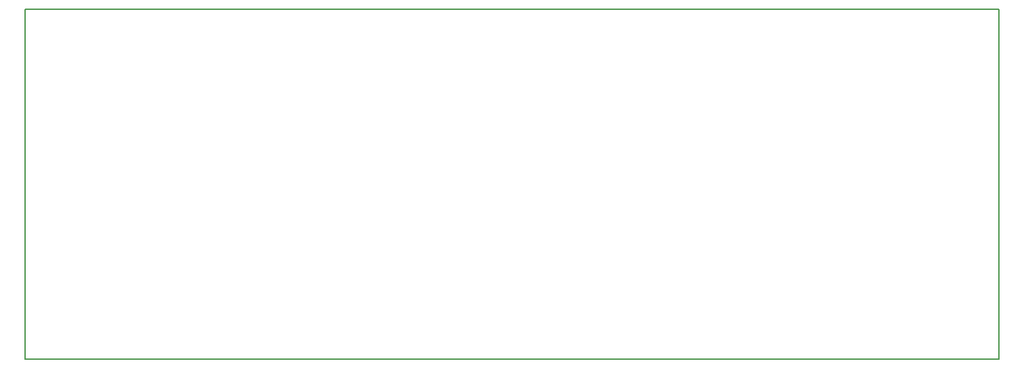
<source format=gm1>
%FSLAX25Y25*%
%MOIN*%
G70*
G01*
G75*
G04 Layer_Color=16711935*
%ADD10R,0.03600X0.03200*%
%ADD11C,0.02000*%
%ADD12R,0.02600X0.08000*%
%ADD13C,0.02000*%
%ADD14C,0.00500*%
%ADD15C,0.00300*%
%ADD16R,0.07000X0.07000*%
%ADD17R,0.04000X0.04000*%
%ADD18C,0.04000*%
%ADD19C,0.05000*%
%ADD20R,0.03200X0.03600*%
%ADD21C,0.00800*%
D21*
X155000Y336000D02*
Y394500D01*
Y217500D02*
Y336000D01*
Y217500D02*
X647000D01*
Y394500D01*
X155000D02*
X647000D01*
M02*

</source>
